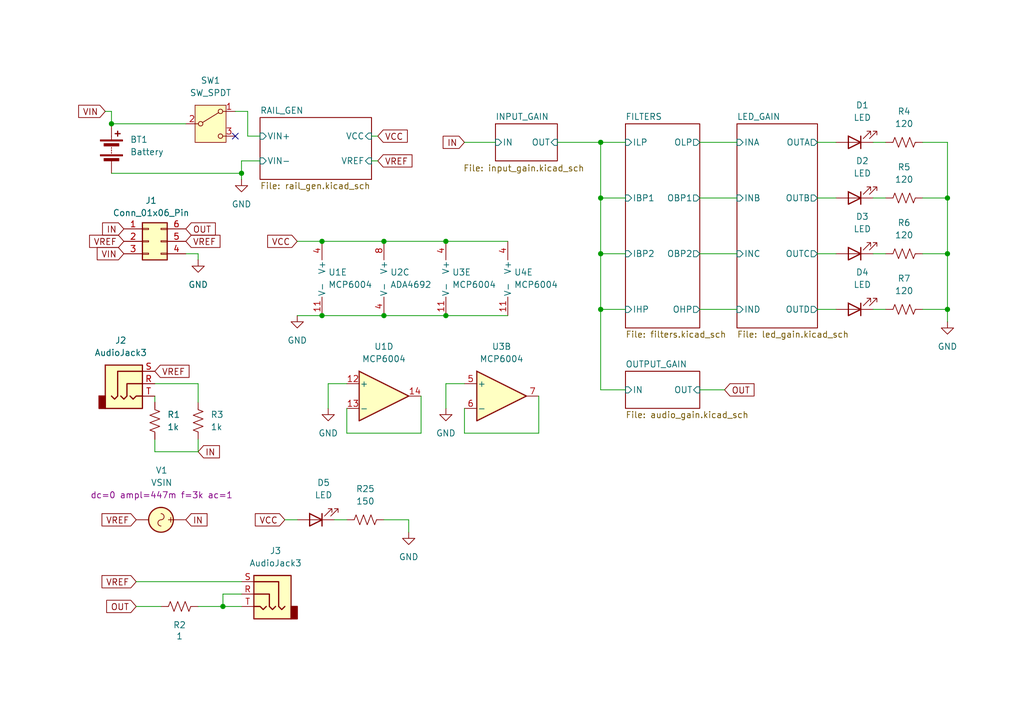
<source format=kicad_sch>
(kicad_sch (version 20250114) (generator "eeschema") (generator_version "9.0")
  (paper "A5")
  (title_block (title "EL223FP4L1") (date "2025-05-08") (rev "1") (company "Boles & Walker") (comment 1 "Board Overview"))
  (lib_symbols
    (symbol "Amplifier_Operational:MCP6004" (pin_names (offset 0.127))
      (property "Reference" "U" (at 0 5.08 0))
      (property "Value" "MCP6004" (at 0 -5.08 0))
      (symbol "MCP6004_1_1"
        (polyline (pts (xy -5.08 5.08) (xy 5.08 0) (xy -5.08 -5.08) (xy -5.08 5.08)) (stroke (width 0.254)) (fill (type background)))
        (pin input line (at -7.62 2.54 0) (length 2.54) (name "+") (number "3"))
        (pin input line (at -7.62 -2.54 0) (length 2.54) (name "-") (number "2"))
        (pin output line (at 7.62 0 180) (length 2.54) (name "~") (number "1"))
      )
      (symbol "MCP6004_2_1"
        (polyline (pts (xy -5.08 5.08) (xy 5.08 0) (xy -5.08 -5.08) (xy -5.08 5.08)) (stroke (width 0.254)) (fill (type background)))
        (pin input line (at -7.62 2.54 0) (length 2.54) (name "+") (number "5"))
        (pin input line (at -7.62 -2.54 0) (length 2.54) (name "-") (number "6"))
        (pin output line (at 7.62 0 180) (length 2.54) (name "~") (number "7"))
      )
      (symbol "MCP6004_3_1"
        (polyline (pts (xy -5.08 5.08) (xy 5.08 0) (xy -5.08 -5.08) (xy -5.08 5.08)) (stroke (width 0.254)) (fill (type background)))
        (pin input line (at -7.62 2.54 0) (length 2.54) (name "+") (number "10"))
        (pin input line (at -7.62 -2.54 0) (length 2.54) (name "-") (number "9"))
        (pin output line (at 7.62 0 180) (length 2.54) (name "~") (number "8"))
      )
      (symbol "MCP6004_4_1"
        (polyline (pts (xy -5.08 5.08) (xy 5.08 0) (xy -5.08 -5.08) (xy -5.08 5.08)) (stroke (width 0.254)) (fill (type background)))
        (pin input line (at -7.62 2.54 0) (length 2.54) (name "+") (number "12"))
        (pin input line (at -7.62 -2.54 0) (length 2.54) (name "-") (number "13"))
        (pin output line (at 7.62 0 180) (length 2.54) (name "~") (number "14"))
      )
      (symbol "MCP6004_5_1"
        (pin power_in line (at -2.54 7.62 270) (length 3.81) (name "V+") (number "4"))
        (pin power_in line (at -2.54 -7.62 90) (length 3.81) (name "V-") (number "11"))
      )
    )
    (symbol "Connector_Audio:AudioJack3"
      (property "Reference" "J" (at 0 8.89 0))
      (property "Value" "AudioJack3" (at 0 6.35 0))
      (symbol "AudioJack3_0_1"
        (rectangle (start -5.08 -5.08) (end -6.35 -2.54) (stroke (width 0.254)) (fill (type outline)))
        (polyline (pts (xy -1.905 -2.54) (xy -1.27 -3.175) (xy -0.635 -2.54) (xy -0.635 0) (xy 2.54 0)) (stroke (width 0.254)))
        (polyline (pts (xy 0 -2.54) (xy 0.635 -3.175) (xy 1.27 -2.54) (xy 2.54 -2.54)) (stroke (width 0.254)))
        (rectangle (start 2.54 3.81) (end -5.08 -5.08) (stroke (width 0.254)) (fill (type background)))
        (polyline (pts (xy 2.54 2.54) (xy -2.54 2.54) (xy -2.54 -2.54) (xy -3.175 -3.175) (xy -3.81 -2.54)) (stroke (width 0.254)))
      )
      (symbol "AudioJack3_1_1"
        (pin passive line (at 5.08 2.54 180) (length 2.54) (name "~") (number "S"))
        (pin passive line (at 5.08 0 180) (length 2.54) (name "~") (number "R"))
        (pin passive line (at 5.08 -2.54 180) (length 2.54) (name "~") (number "T"))
      )
    )
    (symbol "Connector_Generic:Conn_02x03_Counter_Clockwise" (pin_names (offset 1.016) (hide yes))
      (property "Reference" "J" (at 1.27 5.08 0))
      (property "Value" "Conn_02x03_Counter_Clockwise" (at 1.27 -5.08 0))
      (symbol "Conn_02x03_Counter_Clockwise_1_1"
        (rectangle (start -1.27 3.81) (end 3.81 -3.81) (stroke (width 0.254)) (fill (type background)))
        (rectangle (start -1.27 2.667) (end 0 2.413) (stroke (width 0.1524)))
        (rectangle (start -1.27 0.127) (end 0 -0.127) (stroke (width 0.1524)))
        (rectangle (start -1.27 -2.413) (end 0 -2.667) (stroke (width 0.1524)))
        (rectangle (start 3.81 2.667) (end 2.54 2.413) (stroke (width 0.1524)))
        (rectangle (start 3.81 0.127) (end 2.54 -0.127) (stroke (width 0.1524)))
        (rectangle (start 3.81 -2.413) (end 2.54 -2.667) (stroke (width 0.1524)))
        (pin passive line (at -5.08 2.54 0) (length 3.81) (name "Pin_1") (number "1"))
        (pin passive line (at -5.08 0 0) (length 3.81) (name "Pin_2") (number "2"))
        (pin passive line (at -5.08 -2.54 0) (length 3.81) (name "Pin_3") (number "3"))
        (pin passive line (at 7.62 2.54 180) (length 3.81) (name "Pin_6") (number "6"))
        (pin passive line (at 7.62 0 180) (length 3.81) (name "Pin_5") (number "5"))
        (pin passive line (at 7.62 -2.54 180) (length 3.81) (name "Pin_4") (number "4"))
      )
    )
    (symbol "Custom:ADA4692-2" (pin_names (offset 0.127))
      (property "Reference" "U" (at 2.54 6.35 0))
      (property "Value" "ADA4692-2" (at 2.54 3.81 0))
      (symbol "ADA4692-2_1_1"
        (polyline (pts (xy 5.08 0) (xy -5.08 5.08) (xy -5.08 -5.08) (xy 5.08 0)) (stroke (width 0.254)) (fill (type background)))
        (pin input line (at -7.62 2.54 0) (length 2.54) (name "+") (number "3"))
        (pin input line (at -7.62 -2.54 0) (length 2.54) (name "-") (number "2"))
        (pin output line (at 7.62 0 180) (length 2.54) (name "~") (number "1"))
      )
      (symbol "ADA4692-2_2_1"
        (polyline (pts (xy 5.08 0) (xy -5.08 5.08) (xy -5.08 -5.08) (xy 5.08 0)) (stroke (width 0.254)) (fill (type background)))
        (pin input line (at -7.62 2.54 0) (length 2.54) (name "+") (number "5"))
        (pin input line (at -7.62 -2.54 0) (length 2.54) (name "-") (number "6"))
        (pin output line (at 7.62 0 180) (length 2.54) (name "~") (number "7"))
      )
      (symbol "ADA4692-2_3_1"
        (pin power_in line (at 0 7.62 270) (length 3.81) (name "V+") (number "8"))
        (pin power_in line (at 0 -7.62 90) (length 3.81) (name "V-") (number "4"))
      )
    )
    (symbol "Device:Battery" (pin_numbers (hide yes)) (pin_names (offset 0) (hide yes))
      (property "Reference" "BT" (at 2.54 2.54 0))
      (property "Value" "Battery" (at 2.54 0 0))
      (symbol "Battery_0_1"
        (rectangle (start -2.286 1.778) (end 2.286 1.524) (fill (type outline)))
        (rectangle (start -2.286 -1.27) (end 2.286 -1.524) (fill (type outline)))
        (rectangle (start -1.524 1.016) (end 1.524 0.508) (fill (type outline)))
        (rectangle (start -1.524 -2.032) (end 1.524 -2.54) (fill (type outline)))
        (polyline (pts (xy 0 1.778) (xy 0 2.54)))
        (polyline (pts (xy 0 0) (xy 0 0.254)))
        (polyline (pts (xy 0 -0.508) (xy 0 -0.254)))
        (polyline (pts (xy 0 -1.016) (xy 0 -0.762)))
        (polyline (pts (xy 0.762 3.048) (xy 1.778 3.048)) (stroke (width 0.254)))
        (polyline (pts (xy 1.27 3.556) (xy 1.27 2.54)) (stroke (width 0.254)))
      )
      (symbol "Battery_1_1"
        (pin passive line (at 0 5.08 270) (length 2.54) (name "+") (number "1"))
        (pin passive line (at 0 -5.08 90) (length 2.54) (name "-") (number "2"))
      )
    )
    (symbol "Device:LED" (pin_numbers (hide yes)) (pin_names (offset 1.016) (hide yes))
      (property "Reference" "D" (at 0 2.54 0))
      (property "Value" "LED" (at 0 -2.54 0))
      (symbol "LED_0_1"
        (polyline (pts (xy -3.048 -0.762) (xy -4.572 -2.286) (xy -3.81 -2.286) (xy -4.572 -2.286) (xy -4.572 -1.524)))
        (polyline (pts (xy -1.778 -0.762) (xy -3.302 -2.286) (xy -2.54 -2.286) (xy -3.302 -2.286) (xy -3.302 -1.524)))
        (polyline (pts (xy -1.27 0) (xy 1.27 0)))
        (polyline (pts (xy -1.27 -1.27) (xy -1.27 1.27)) (stroke (width 0.254)))
        (polyline (pts (xy 1.27 -1.27) (xy 1.27 1.27) (xy -1.27 0) (xy 1.27 -1.27)) (stroke (width 0.254)))
      )
      (symbol "LED_1_1"
        (pin passive line (at -3.81 0 0) (length 2.54) (name "K") (number "1"))
        (pin passive line (at 3.81 0 180) (length 2.54) (name "A") (number "2"))
      )
    )
    (symbol "Device:R_US" (pin_numbers (hide yes)) (pin_names (offset 0))
      (property "Reference" "R" (at 2.54 0 90))
      (property "Value" "R_US" (at -2.54 0 90))
      (symbol "R_US_0_1"
        (polyline (pts (xy 0 2.286) (xy 0 2.54)))
        (polyline (pts (xy 0 2.286) (xy 1.016 1.905) (xy 0 1.524) (xy -1.016 1.143) (xy 0 0.762)))
        (polyline (pts (xy 0 0.762) (xy 1.016 0.381) (xy 0 0) (xy -1.016 -0.381) (xy 0 -0.762)))
        (polyline (pts (xy 0 -0.762) (xy 1.016 -1.143) (xy 0 -1.524) (xy -1.016 -1.905) (xy 0 -2.286)))
        (polyline (pts (xy 0 -2.286) (xy 0 -2.54)))
      )
      (symbol "R_US_1_1"
        (pin passive line (at 0 3.81 270) (length 1.27) (name "~") (number "1"))
        (pin passive line (at 0 -3.81 90) (length 1.27) (name "~") (number "2"))
      )
    )
    (symbol "Simulation_SPICE:VSIN" (pin_numbers (hide yes)) (pin_names (offset 0.0254))
      (property "Reference" "V" (at 2.54 2.54 0))
      (property "Value" "VSIN" (at 2.54 0 0))
      (property "Sim.Params" "dc=0 ampl=1 f=1k ac=1" (at 2.54 -2.54 0))
      (symbol "VSIN_0_0"
        (arc (start -1.27 0) (mid -0.635 0.6323) (end 0 0))
        (arc (start 1.27 0) (mid 0.635 -0.6323) (end 0 0))
        (text "+" (at 0 1.905 0) (effects (font (size 1.27 1.27))))
      )
      (symbol "VSIN_0_1"
        (circle (center 0 0) (radius 2.54) (stroke (width 0.254)) (fill (type background)))
      )
      (symbol "VSIN_1_1"
        (pin passive line (at 0 5.08 270) (length 2.54) (name "~") (number "1"))
        (pin passive line (at 0 -5.08 90) (length 2.54) (name "~") (number "2"))
      )
    )
    (symbol "Switch:SW_SPDT" (pin_names (offset 0) (hide yes))
      (property "Reference" "SW" (at 0 5.08 0))
      (property "Value" "SW_SPDT" (at 0 -5.08 0))
      (symbol "SW_SPDT_0_1"
        (circle (center -2.032 0) (radius 0.4572))
        (polyline (pts (xy -1.651 0.254) (xy 1.651 2.286)))
        (circle (center 2.032 2.54) (radius 0.4572))
        (circle (center 2.032 -2.54) (radius 0.4572))
      )
      (symbol "SW_SPDT_1_1"
        (rectangle (start -3.175 3.81) (end 3.175 -3.81) (fill (type background)))
        (pin passive line (at -5.08 0 0) (length 2.54) (name "B") (number "2"))
        (pin passive line (at 5.08 2.54 180) (length 2.54) (name "A") (number "1"))
        (pin passive line (at 5.08 -2.54 180) (length 2.54) (name "C") (number "3"))
      )
    )
    (symbol "power:GND" (power) (pin_numbers (hide yes)) (pin_names (offset 0) (hide yes))
      (property "Value" "GND" (at 0 -3.81 0))
      (symbol "GND_0_1"
        (polyline (pts (xy 0 0) (xy 0 -1.27) (xy 1.27 -1.27) (xy 0 -2.54) (xy -1.27 -1.27) (xy 0 -1.27)))
      )
      (symbol "GND_1_1"
        (pin power_in line (at 0 0 270) (length 0) (name "~") (number "1"))
      )
    )
  )
  (junction (at 45.72 124.46))
  (junction (at 91.44 49.53))
  (junction (at 123.19 63.5))
  (junction (at 78.74 64.77))
  (junction (at 123.19 52.07))
  (junction (at 91.44 64.77))
  (junction (at 123.19 40.64))
  (junction (at 66.04 64.77))
  (junction (at 194.31 63.5))
  (junction (at 194.31 52.07))
  (junction (at 78.74 49.53))
  (junction (at 66.04 49.53))
  (junction (at 49.53 35.56))
  (junction (at 194.31 40.64))
  (junction (at 22.86 25.4))
  (junction (at 123.19 29.21))
  (no_connect (at 48.26 27.94))
  (wire (pts (xy 78.74 64.77) (xy 91.44 64.77)))
  (wire (pts (xy 123.19 52.07) (xy 123.19 63.5)))
  (wire (pts (xy 49.53 124.46) (xy 45.72 124.46)))
  (wire (pts (xy 194.31 29.21) (xy 194.31 40.64)))
  (wire (pts (xy 194.31 63.5) (xy 194.31 66.04)))
  (wire (pts (xy 179.07 29.21) (xy 181.61 29.21)))
  (wire (pts (xy 40.64 124.46) (xy 45.72 124.46)))
  (wire (pts (xy 40.64 90.17) (xy 40.64 92.71)))
  (wire (pts (xy 189.23 52.07) (xy 194.31 52.07)))
  (wire (pts (xy 22.86 22.86) (xy 22.86 25.4)))
  (wire (pts (xy 21.59 22.86) (xy 22.86 22.86)))
  (wire (pts (xy 114.3 29.21) (xy 123.19 29.21)))
  (wire (pts (xy 58.42 106.68) (xy 60.96 106.68)))
  (wire (pts (xy 76.2 33.02) (xy 77.47 33.02)))
  (wire (pts (xy 143.51 29.21) (xy 151.13 29.21)))
  (wire (pts (xy 194.31 52.07) (xy 194.31 63.5)))
  (wire (pts (xy 143.51 40.64) (xy 151.13 40.64)))
  (wire (pts (xy 189.23 40.64) (xy 194.31 40.64)))
  (wire (pts (xy 22.86 35.56) (xy 49.53 35.56)))
  (wire (pts (xy 38.1 52.07) (xy 40.64 52.07)))
  (wire (pts (xy 179.07 52.07) (xy 181.61 52.07)))
  (wire (pts (xy 40.64 52.07) (xy 40.64 53.34)))
  (wire (pts (xy 83.82 106.68) (xy 83.82 109.22)))
  (wire (pts (xy 91.44 64.77) (xy 104.14 64.77)))
  (wire (pts (xy 189.23 29.21) (xy 194.31 29.21)))
  (wire (pts (xy 167.64 29.21) (xy 171.45 29.21)))
  (wire (pts (xy 167.64 40.64) (xy 171.45 40.64)))
  (wire (pts (xy 78.74 49.53) (xy 91.44 49.53)))
  (wire (pts (xy 86.36 81.28) (xy 86.36 88.9)))
  (wire (pts (xy 91.44 49.53) (xy 104.14 49.53)))
  (wire (pts (xy 40.64 78.74) (xy 40.64 82.55)))
  (wire (pts (xy 66.04 64.77) (xy 78.74 64.77)))
  (wire (pts (xy 53.34 27.94) (xy 50.8 27.94)))
  (wire (pts (xy 91.44 78.74) (xy 91.44 83.82)))
  (wire (pts (xy 66.04 49.53) (xy 78.74 49.53)))
  (wire (pts (xy 71.12 88.9) (xy 71.12 83.82)))
  (wire (pts (xy 143.51 52.07) (xy 151.13 52.07)))
  (wire (pts (xy 143.51 63.5) (xy 151.13 63.5)))
  (wire (pts (xy 60.96 49.53) (xy 66.04 49.53)))
  (wire (pts (xy 40.64 92.71) (xy 31.75 92.71)))
  (wire (pts (xy 123.19 40.64) (xy 128.27 40.64)))
  (wire (pts (xy 194.31 40.64) (xy 194.31 52.07)))
  (wire (pts (xy 67.31 78.74) (xy 67.31 83.82)))
  (wire (pts (xy 86.36 88.9) (xy 71.12 88.9)))
  (wire (pts (xy 50.8 27.94) (xy 50.8 22.86)))
  (wire (pts (xy 60.96 64.77) (xy 66.04 64.77)))
  (wire (pts (xy 179.07 63.5) (xy 181.61 63.5)))
  (wire (pts (xy 49.53 36.83) (xy 49.53 35.56)))
  (wire (pts (xy 95.25 88.9) (xy 95.25 83.82)))
  (wire (pts (xy 95.25 78.74) (xy 91.44 78.74)))
  (wire (pts (xy 31.75 92.71) (xy 31.75 90.17)))
  (wire (pts (xy 123.19 63.5) (xy 128.27 63.5)))
  (wire (pts (xy 123.19 63.5) (xy 123.19 80.01)))
  (wire (pts (xy 31.75 78.74) (xy 40.64 78.74)))
  (wire (pts (xy 27.94 119.38) (xy 49.53 119.38)))
  (wire (pts (xy 143.51 80.01) (xy 148.59 80.01)))
  (wire (pts (xy 31.75 81.28) (xy 31.75 82.55)))
  (wire (pts (xy 50.8 22.86) (xy 48.26 22.86)))
  (wire (pts (xy 27.94 124.46) (xy 33.02 124.46)))
  (wire (pts (xy 123.19 80.01) (xy 128.27 80.01)))
  (wire (pts (xy 49.53 33.02) (xy 53.34 33.02)))
  (wire (pts (xy 71.12 78.74) (xy 67.31 78.74)))
  (wire (pts (xy 95.25 29.21) (xy 101.6 29.21)))
  (wire (pts (xy 179.07 40.64) (xy 181.61 40.64)))
  (wire (pts (xy 22.86 25.4) (xy 38.1 25.4)))
  (wire (pts (xy 189.23 63.5) (xy 194.31 63.5)))
  (wire (pts (xy 49.53 121.92) (xy 45.72 121.92)))
  (wire (pts (xy 167.64 63.5) (xy 171.45 63.5)))
  (wire (pts (xy 123.19 52.07) (xy 128.27 52.07)))
  (wire (pts (xy 49.53 35.56) (xy 49.53 33.02)))
  (wire (pts (xy 76.2 27.94) (xy 77.47 27.94)))
  (wire (pts (xy 45.72 121.92) (xy 45.72 124.46)))
  (wire (pts (xy 123.19 29.21) (xy 128.27 29.21)))
  (wire (pts (xy 68.58 106.68) (xy 71.12 106.68)))
  (wire (pts (xy 123.19 29.21) (xy 123.19 40.64)))
  (wire (pts (xy 167.64 52.07) (xy 171.45 52.07)))
  (wire (pts (xy 110.49 88.9) (xy 95.25 88.9)))
  (wire (pts (xy 123.19 40.64) (xy 123.19 52.07)))
  (wire (pts (xy 78.74 106.68) (xy 83.82 106.68)))
  (wire (pts (xy 110.49 81.28) (xy 110.49 88.9)))
  (global_label "VREF" (shape input) (at 27.94 106.68 180) (property "Intersheetrefs" "${INTERSHEET_REFS}" (effects (hide yes))))
  (global_label "VREF" (shape input) (at 38.1 49.53 0) (property "Intersheetrefs" "${INTERSHEET_REFS}" (effects (hide yes))))
  (global_label "VCC" (shape input) (at 60.96 49.53 180) (property "Intersheetrefs" "${INTERSHEET_REFS}" (effects (hide yes))))
  (global_label "VCC" (shape input) (at 77.47 27.94 0) (property "Intersheetrefs" "${INTERSHEET_REFS}" (effects (hide yes))))
  (global_label "OUT" (shape input) (at 27.94 124.46 180) (property "Intersheetrefs" "${INTERSHEET_REFS}" (effects (hide yes))))
  (global_label "OUT" (shape input) (at 38.1 46.99 0) (property "Intersheetrefs" "${INTERSHEET_REFS}" (effects (hide yes))))
  (global_label "VREF" (shape input) (at 77.47 33.02 0) (property "Intersheetrefs" "${INTERSHEET_REFS}" (effects (hide yes))))
  (global_label "VCC" (shape input) (at 58.42 106.68 180) (property "Intersheetrefs" "${INTERSHEET_REFS}" (effects (hide yes))))
  (global_label "VREF" (shape input) (at 27.94 119.38 180) (property "Intersheetrefs" "${INTERSHEET_REFS}" (effects (hide yes))))
  (global_label "IN" (shape input) (at 40.64 92.71 0) (property "Intersheetrefs" "${INTERSHEET_REFS}" (effects (hide yes))))
  (global_label "VREF" (shape input) (at 31.75 76.2 0) (property "Intersheetrefs" "${INTERSHEET_REFS}" (effects (hide yes))))
  (global_label "IN" (shape input) (at 95.25 29.21 180) (property "Intersheetrefs" "${INTERSHEET_REFS}" (effects (hide yes))))
  (global_label "VIN" (shape input) (at 25.4 52.07 180) (property "Intersheetrefs" "${INTERSHEET_REFS}" (effects (hide yes))))
  (global_label "OUT" (shape input) (at 148.59 80.01 0) (property "Intersheetrefs" "${INTERSHEET_REFS}" (effects (hide yes))))
  (global_label "VIN" (shape input) (at 21.59 22.86 180) (property "Intersheetrefs" "${INTERSHEET_REFS}" (effects (hide yes))))
  (global_label "IN" (shape input) (at 38.1 106.68 0) (property "Intersheetrefs" "${INTERSHEET_REFS}" (effects (hide yes))))
  (global_label "IN" (shape input) (at 25.4 46.99 180) (property "Intersheetrefs" "${INTERSHEET_REFS}" (effects (hide yes))))
  (global_label "VREF" (shape input) (at 25.4 49.53 180) (property "Intersheetrefs" "${INTERSHEET_REFS}" (effects (hide yes))))
  (symbol (lib_id "power:GND") (at 67.31 83.82 0) (unit 1)
    (property "Reference" "#PWR03" (effects (hide yes)))
    (property "Value" "GND" (at 67.31 88.9 0))
    (property "Description" "Power symbol creates a global label with name \"GND\" , ground" (effects (hide yes)))
  )
  (symbol (lib_id "power:GND") (at 40.64 53.34 0) (unit 1)
    (property "Reference" "#PWR01" (effects (hide yes)))
    (property "Value" "GND" (at 40.64 58.42 0))
    (property "Description" "Power symbol creates a global label with name \"GND\" , ground" (effects (hide yes)))
  )
  (symbol (lib_id "Device:R_US") (at 185.42 52.07 90) (unit 1)
    (property "Reference" "R6" (at 185.42 45.72 90))
    (property "Value" "120" (at 185.42 48.26 90))
    (property "Footprint" "Resistor_SMD:R_0805_2012Metric_Pad1.20x1.40mm_HandSolder" (effects (hide yes)))
    (property "Datasheet" "https://static6.arrow.com/aropdfconversion/7e2213882d2cf06558ca48205aefcc8d6bac7a1a/cr.pdf" (effects (hide yes)))
    (property "Description" "Resistor, US symbol" (effects (hide yes)))
    (property "Part" "CR0805-FX-1200GLF" (effects (hide yes)))
  )
  (symbol (lib_id "Device:LED") (at 175.26 29.21 180) (unit 1)
    (property "Reference" "D1" (at 176.8475 21.59 0))
    (property "Value" "LED" (at 176.8475 24.13 0))
    (property "Footprint" "LED_SMD:LED_0805_2012Metric_Pad1.15x1.40mm_HandSolder" (effects (hide yes)))
    (property "Description" "Light emitting diode" (effects (hide yes)))
    (property "Sim.Pins" "1=K 2=A" (effects (hide yes)))
    (property "Sim.Library" "led.lib" (effects (hide yes)))
    (property "Sim.Name" "LED_GENERAL" (effects (hide yes)))
    (property "Sim.Device" "D" (effects (hide yes)))
  )
  (symbol (lib_id "Device:LED") (at 175.26 63.5 180) (unit 1)
    (property "Reference" "D4" (at 176.8475 55.88 0))
    (property "Value" "LED" (at 176.8475 58.42 0))
    (property "Footprint" "LED_SMD:LED_0805_2012Metric_Pad1.15x1.40mm_HandSolder" (effects (hide yes)))
    (property "Description" "Light emitting diode" (effects (hide yes)))
    (property "Sim.Pins" "1=K 2=A" (effects (hide yes)))
    (property "Sim.Library" "led.lib" (effects (hide yes)))
    (property "Sim.Name" "LED_GENERAL" (effects (hide yes)))
    (property "Sim.Device" "D" (effects (hide yes)))
  )
  (symbol (lib_id "Custom:ADA4692-2") (at 78.74 57.15 0) (unit 3)
    (property "Reference" "U2" (at 80.01 55.8799 0) (effects (justify left)))
    (property "Value" "ADA4692" (at 80.01 58.4199 0) (effects (justify left)))
    (property "Footprint" "Package_SO:SOIC-8_3.9x4.9mm_P1.27mm" (effects (hide yes)))
    (property "Datasheet" "https://www.analog.com/media/en/technical-documentation/data-sheets/ADA4691-2_4691-4_4692-2_4692-4.pdf" (effects (hide yes)))
    (property "Description" "Dual Low Noise, Precision, Rail-to-Rail Output, JFET Op Amp, SOIC-8" (effects (hide yes)))
    (property "Sim.Library" "ada4692.sub" (effects (hide yes)))
    (property "Sim.Name" "ADA4692-2" (effects (hide yes)))
    (property "Sim.Device" "SUBCKT" (effects (hide yes)))
    (property "Sim.Pins" "1=AOUT 2=AIN- 3=AIN+ 4=V- 5=BIN+ 6=BIN- 7=BOUT 8=V+" (effects (hide yes)))
    (property "Part" "ADA4692-2ARZ" (effects (hide yes)))
  )
  (symbol (lib_id "Device:R_US") (at 185.42 63.5 90) (unit 1)
    (property "Reference" "R7" (at 185.42 57.15 90))
    (property "Value" "120" (at 185.42 59.69 90))
    (property "Footprint" "Resistor_SMD:R_0805_2012Metric_Pad1.20x1.40mm_HandSolder" (effects (hide yes)))
    (property "Datasheet" "https://static6.arrow.com/aropdfconversion/7e2213882d2cf06558ca48205aefcc8d6bac7a1a/cr.pdf" (effects (hide yes)))
    (property "Description" "Resistor, US symbol" (effects (hide yes)))
    (property "Part" "CR0805-FX-1200GLF" (effects (hide yes)))
  )
  (symbol (lib_id "Device:R_US") (at 185.42 29.21 90) (unit 1)
    (property "Reference" "R4" (at 185.42 22.86 90))
    (property "Value" "120" (at 185.42 25.4 90))
    (property "Footprint" "Resistor_SMD:R_0805_2012Metric_Pad1.20x1.40mm_HandSolder" (effects (hide yes)))
    (property "Datasheet" "https://static6.arrow.com/aropdfconversion/7e2213882d2cf06558ca48205aefcc8d6bac7a1a/cr.pdf" (effects (hide yes)))
    (property "Description" "Resistor, US symbol" (effects (hide yes)))
    (property "Part" "CR0805-FX-1200GLF" (effects (hide yes)))
  )
  (symbol (lib_id "Switch:SW_SPDT") (at 43.18 25.4 0) (unit 1)
    (property "Reference" "SW1" (at 43.18 16.51 0))
    (property "Value" "SW_SPDT" (at 43.18 19.05 0))
    (property "Footprint" "Custom:SW_SLW-121586-5A-D" (effects (hide yes)))
    (property "Datasheet" "https://static6.arrow.com/aropdfconversion/9ae6801e39b6de35ce0772aecfe75ec6b325529d/slw1215865ad.pdf" (effects (hide yes)))
    (property "Description" "Switch, single pole double throw" (effects (hide yes)))
    (property "Part" "SLW-121586-5A-D" (effects (hide yes)))
  )
  (symbol (lib_id "Connector_Audio:AudioJack3") (at 54.61 121.92 0) (mirror y) (unit 1) (exclude_from_sim yes)
    (property "Reference" "J3" (at 56.515 113.03 0))
    (property "Value" "AudioJack3" (at 56.515 115.57 0))
    (property "Footprint" "Custom:Jack_3.5mm_CUI_SJ1-3523N_Horizontal" (effects (hide yes)))
    (property "Datasheet" "https://www.sameskydevices.com/product/resource/sj1-352xn.pdf" (effects (hide yes)))
    (property "Description" "Audio Jack, 3 Poles (Stereo / TRS)" (effects (hide yes)))
    (property "Part" "SJ1-3523N" (effects (hide yes)))
  )
  (symbol (lib_id "power:GND") (at 60.96 64.77 0) (unit 1)
    (property "Reference" "#PWR04" (effects (hide yes)))
    (property "Value" "GND" (at 60.96 69.85 0))
    (property "Description" "Power symbol creates a global label with name \"GND\" , ground" (effects (hide yes)))
  )
  (symbol (lib_id "power:GND") (at 49.53 36.83 0) (unit 1)
    (property "Reference" "#PWR02" (effects (hide yes)))
    (property "Value" "GND" (at 49.53 41.91 0))
    (property "Description" "Power symbol creates a global label with name \"GND\" , ground" (effects (hide yes)))
  )
  (symbol (lib_id "Connector_Generic:Conn_02x03_Counter_Clockwise") (at 30.48 49.53 0) (unit 1)
    (property "Reference" "J1" (at 30.988 41.148 0))
    (property "Value" "Conn_01x06_Pin" (at 30.988 43.688 0))
    (property "Footprint" "Connector_PinHeader_2.54mm:PinHeader_2x03_P2.54mm_Vertical" (effects (hide yes)))
    (property "Datasheet" "https://static6.arrow.com/aropdfconversion/574d1ab07bdb35554fd3a21cfe85b0607ce140e2/51934899289880215193474261229970eng_ds_1307819_ampmodu_0911.pdf" (effects (hide yes)))
    (property "Description" "Generic connector, double row, 02x03, counter clockwise pin numbering scheme (similar to DIP package numbering), script generated (kicad-library-utils/schlib/autogen/connector/)" (effects (hide yes)))
    (property "Part" "5-146254-3 " (effects (hide yes)))
  )
  (symbol (lib_id "Amplifier_Operational:MCP6004") (at 93.98 57.15 0) (unit 5)
    (property "Reference" "U3" (at 92.71 55.8799 0) (effects (justify left)))
    (property "Value" "MCP6004" (at 92.71 58.4199 0) (effects (justify left)))
    (property "Footprint" "Package_SO:SOIC-14_3.9x8.7mm_P1.27mm" (effects (hide yes)))
    (property "Datasheet" "https://ww1.microchip.com/downloads/aemDocuments/documents/MSLD/ProductDocuments/DataSheets/MCP6001-1R-1U-2-4-1-MHz-Low-Power-Op-Amp-DS20001733L.pdf" (effects (hide yes)))
    (property "Description" "1MHz, Low-Power Op Amp, DIP-14/SOIC-14/TSSOP-14" (effects (hide yes)))
    (property "Sim.Library" "MCP6001.lib" (effects (hide yes)))
    (property "Sim.Name" "MCP6004" (effects (hide yes)))
    (property "Sim.Device" "SUBCKT" (effects (hide yes)))
    (property "Sim.Pins" "1=OUTA 2=A- 3=A+ 4=VDD 5=B+ 6=B- 7=OUTB 8=OUTC 9=C- 10=C+ 11=VSS 12=D+ 13=D- 14=OUTD" (effects (hide yes)))
    (property "Part" "MCP6004-I/SL" (effects (hide yes)))
  )
  (symbol (lib_id "Amplifier_Operational:MCP6004") (at 102.87 81.28 0) (unit 2)
    (property "Reference" "U3" (at 102.87 71.12 0))
    (property "Value" "MCP6004" (at 102.87 73.66 0))
    (property "Footprint" "Package_SO:SOIC-14_3.9x8.7mm_P1.27mm" (effects (hide yes)))
    (property "Datasheet" "https://ww1.microchip.com/downloads/aemDocuments/documents/MSLD/ProductDocuments/DataSheets/MCP6001-1R-1U-2-4-1-MHz-Low-Power-Op-Amp-DS20001733L.pdf" (effects (hide yes)))
    (property "Description" "1MHz, Low-Power Op Amp, DIP-14/SOIC-14/TSSOP-14" (effects (hide yes)))
    (property "Sim.Library" "MCP6001.lib" (effects (hide yes)))
    (property "Sim.Name" "MCP6004" (effects (hide yes)))
    (property "Sim.Device" "SUBCKT" (effects (hide yes)))
    (property "Sim.Pins" "1=OUTA 2=A- 3=A+ 4=VDD 5=B+ 6=B- 7=OUTB 8=OUTC 9=C- 10=C+ 11=VSS 12=D+ 13=D- 14=OUTD" (effects (hide yes)))
    (property "Part" "MCP6004-I/SL" (effects (hide yes)))
  )
  (symbol (lib_id "Device:R_US") (at 31.75 86.36 0) (unit 1)
    (property "Reference" "R1" (at 34.29 85.0899 0) (effects (justify left)))
    (property "Value" "1k" (at 34.29 87.6299 0) (effects (justify left)))
    (property "Footprint" "Resistor_SMD:R_0805_2012Metric_Pad1.20x1.40mm_HandSolder" (effects (hide yes)))
    (property "Description" "Resistor, US symbol" (effects (hide yes)))
  )
  (symbol (lib_id "Device:LED") (at 175.26 52.07 180) (unit 1)
    (property "Reference" "D3" (at 176.8475 44.45 0))
    (property "Value" "LED" (at 176.8475 46.99 0))
    (property "Footprint" "LED_SMD:LED_0805_2012Metric_Pad1.15x1.40mm_HandSolder" (effects (hide yes)))
    (property "Description" "Light emitting diode" (effects (hide yes)))
    (property "Sim.Pins" "1=K 2=A" (effects (hide yes)))
    (property "Sim.Library" "led.lib" (effects (hide yes)))
    (property "Sim.Name" "LED_GENERAL" (effects (hide yes)))
    (property "Sim.Device" "D" (effects (hide yes)))
  )
  (symbol (lib_id "Device:R_US") (at 185.42 40.64 90) (unit 1)
    (property "Reference" "R5" (at 185.42 34.29 90))
    (property "Value" "120" (at 185.42 36.83 90))
    (property "Footprint" "Resistor_SMD:R_0805_2012Metric_Pad1.20x1.40mm_HandSolder" (effects (hide yes)))
    (property "Datasheet" "https://static6.arrow.com/aropdfconversion/7e2213882d2cf06558ca48205aefcc8d6bac7a1a/cr.pdf" (effects (hide yes)))
    (property "Description" "Resistor, US symbol" (effects (hide yes)))
    (property "Part" "CR0805-FX-1200GLF" (effects (hide yes)))
  )
  (symbol (lib_id "Amplifier_Operational:MCP6004") (at 106.68 57.15 0) (unit 5)
    (property "Reference" "U4" (at 105.41 55.8799 0) (effects (justify left)))
    (property "Value" "MCP6004" (at 105.41 58.4199 0) (effects (justify left)))
    (property "Footprint" "Package_SO:SOIC-14_3.9x8.7mm_P1.27mm" (effects (hide yes)))
    (property "Datasheet" "https://ww1.microchip.com/downloads/aemDocuments/documents/MSLD/ProductDocuments/DataSheets/MCP6001-1R-1U-2-4-1-MHz-Low-Power-Op-Amp-DS20001733L.pdf" (effects (hide yes)))
    (property "Description" "1MHz, Low-Power Op Amp, DIP-14/SOIC-14/TSSOP-14" (effects (hide yes)))
    (property "Sim.Library" "MCP6001.lib" (effects (hide yes)))
    (property "Sim.Name" "MCP6004" (effects (hide yes)))
    (property "Sim.Device" "SUBCKT" (effects (hide yes)))
    (property "Sim.Pins" "1=OUTA 2=A- 3=A+ 4=VDD 5=B+ 6=B- 7=OUTB 8=OUTC 9=C- 10=C+ 11=VSS 12=D+ 13=D- 14=OUTD" (effects (hide yes)))
    (property "Part" "MCP6004-I/SL" (effects (hide yes)))
  )
  (symbol (lib_id "Device:LED") (at 64.77 106.68 180) (unit 1)
    (property "Reference" "D5" (at 66.3575 99.06 0))
    (property "Value" "LED" (at 66.3575 101.6 0))
    (property "Footprint" "LED_SMD:LED_0805_2012Metric_Pad1.15x1.40mm_HandSolder" (effects (hide yes)))
    (property "Description" "Light emitting diode" (effects (hide yes)))
    (property "Sim.Pins" "1=K 2=A" (effects (hide yes)))
    (property "Sim.Library" "led.lib" (effects (hide yes)))
    (property "Sim.Name" "LED_GENERAL" (effects (hide yes)))
    (property "Sim.Device" "D" (effects (hide yes)))
  )
  (symbol (lib_id "power:GND") (at 83.82 109.22 0) (unit 1)
    (property "Reference" "#PWR07" (effects (hide yes)))
    (property "Value" "GND" (at 83.82 114.3 0))
    (property "Description" "Power symbol creates a global label with name \"GND\" , ground" (effects (hide yes)))
  )
  (symbol (lib_id "Device:LED") (at 175.26 40.64 180) (unit 1)
    (property "Reference" "D2" (at 176.8475 33.02 0))
    (property "Value" "LED" (at 176.8475 35.56 0))
    (property "Footprint" "LED_SMD:LED_0805_2012Metric_Pad1.15x1.40mm_HandSolder" (effects (hide yes)))
    (property "Description" "Light emitting diode" (effects (hide yes)))
    (property "Sim.Pins" "1=K 2=A" (effects (hide yes)))
    (property "Sim.Library" "led.lib" (effects (hide yes)))
    (property "Sim.Name" "LED_GENERAL" (effects (hide yes)))
    (property "Sim.Device" "D" (effects (hide yes)))
  )
  (symbol (lib_id "Simulation_SPICE:VSIN") (at 33.02 106.68 270) (unit 1) (in_bom no) (on_board no)
    (property "Reference" "V1" (at 33.1498 96.52 90))
    (property "Value" "VSIN" (at 33.1498 99.06 90))
    (property "Datasheet" "https://ngspice.sourceforge.io/docs/ngspice-html-manual/manual.xhtml#sec_Independent_Sources_for" (effects (hide yes)))
    (property "Description" "Voltage source, sinusoidal" (effects (hide yes)))
    (property "Sim.Pins" "1=+ 2=-" (effects (hide yes)))
    (property "Sim.Params" "dc=0 ampl=447m f=3k ac=1" (at 33.1498 101.6 90))
    (property "Sim.Type" "SIN" (effects (hide yes)))
    (property "Sim.Device" "V" (effects (hide yes)))
  )
  (symbol (lib_id "Device:R_US") (at 74.93 106.68 90) (unit 1)
    (property "Reference" "R25" (at 74.93 100.33 90))
    (property "Value" "150" (at 74.93 102.87 90))
    (property "Footprint" "Resistor_SMD:R_0805_2012Metric_Pad1.20x1.40mm_HandSolder" (effects (hide yes)))
    (property "Description" "Resistor, US symbol" (effects (hide yes)))
  )
  (symbol (lib_id "Device:R_US") (at 40.64 86.36 0) (unit 1)
    (property "Reference" "R3" (at 43.18 85.0899 0) (effects (justify left)))
    (property "Value" "1k" (at 43.18 87.6299 0) (effects (justify left)))
    (property "Footprint" "Resistor_SMD:R_0805_2012Metric_Pad1.20x1.40mm_HandSolder" (effects (hide yes)))
    (property "Description" "Resistor, US symbol" (effects (hide yes)))
  )
  (symbol (lib_id "power:GND") (at 91.44 83.82 0) (unit 1)
    (property "Reference" "#PWR05" (effects (hide yes)))
    (property "Value" "GND" (at 91.44 88.9 0))
    (property "Description" "Power symbol creates a global label with name \"GND\" , ground" (effects (hide yes)))
  )
  (symbol (lib_id "Connector_Audio:AudioJack3") (at 26.67 78.74 0) (unit 1) (exclude_from_sim yes)
    (property "Reference" "J2" (at 24.765 69.85 0))
    (property "Value" "AudioJack3" (at 24.765 72.39 0))
    (property "Footprint" "Custom:Jack_3.5mm_CUI_SJ1-3523N_Horizontal" (effects (hide yes)))
    (property "Datasheet" "https://www.sameskydevices.com/product/resource/sj1-352xn.pdf" (effects (hide yes)))
    (property "Description" "Audio Jack, 3 Poles (Stereo / TRS)" (effects (hide yes)))
    (property "Part" "SJ1-3523N" (effects (hide yes)))
  )
  (symbol (lib_id "Device:R_US") (at 36.83 124.46 90) (unit 1)
    (property "Reference" "R2" (at 36.83 128.27 90))
    (property "Value" "1" (at 36.83 130.556 90))
    (property "Footprint" "Resistor_SMD:R_0805_2012Metric_Pad1.20x1.40mm_HandSolder" (effects (hide yes)))
    (property "Description" "Resistor, US symbol" (effects (hide yes)))
  )
  (symbol (lib_id "power:GND") (at 194.31 66.04 0) (unit 1)
    (property "Reference" "#PWR06" (effects (hide yes)))
    (property "Value" "GND" (at 194.31 71.12 0))
    (property "Description" "Power symbol creates a global label with name \"GND\" , ground" (effects (hide yes)))
  )
  (symbol (lib_id "Device:Battery") (at 22.86 30.48 0) (unit 1) (exclude_from_sim yes)
    (property "Reference" "BT1" (at 26.67 28.6384 0) (effects (justify left)))
    (property "Value" "Battery" (at 26.67 31.1784 0) (effects (justify left)))
    (property "Footprint" "Battery:BatteryHolder_Keystone_2468_2xAAA" (effects (hide yes)))
    (property "Datasheet" "https://www.mouser.com/datasheet/2/215/2468-741064.pdf" (effects (hide yes)))
    (property "Description" "Multiple-cell battery" (effects (hide yes)))
    (property "Sim.Device" "V" (effects (hide yes)))
    (property "Sim.Pins" "1=+ 2=-" (effects (hide yes)))
    (property "Sim.Type" "PWL" (effects (hide yes)))
    (property "Sim.Params" "pwl=\"0 0 10u 0 0.1m 3\"" (effects (hide yes)))
    (property "Part" "2468" (effects (hide yes)))
  )
  (symbol (lib_id "Amplifier_Operational:MCP6004") (at 78.74 81.28 0) (unit 4)
    (property "Reference" "U1" (at 78.74 71.12 0))
    (property "Value" "MCP6004" (at 78.74 73.66 0))
    (property "Footprint" "Package_SO:SOIC-14_3.9x8.7mm_P1.27mm" (effects (hide yes)))
    (property "Datasheet" "https://ww1.microchip.com/downloads/aemDocuments/documents/MSLD/ProductDocuments/DataSheets/MCP6001-1R-1U-2-4-1-MHz-Low-Power-Op-Amp-DS20001733L.pdf" (effects (hide yes)))
    (property "Description" "1MHz, Low-Power Op Amp, DIP-14/SOIC-14/TSSOP-14" (effects (hide yes)))
    (property "Sim.Library" "MCP6001.lib" (effects (hide yes)))
    (property "Sim.Name" "MCP6004" (effects (hide yes)))
    (property "Sim.Device" "SUBCKT" (effects (hide yes)))
    (property "Sim.Pins" "1=OUTA 2=A- 3=A+ 4=VDD 5=B+ 6=B- 7=OUTB 8=OUTC 9=C- 10=C+ 11=VSS 12=D+ 13=D- 14=OUTD" (effects (hide yes)))
    (property "Part" "MCP6004-I/SL" (effects (hide yes)))
  )
  (symbol (lib_id "Amplifier_Operational:MCP6004") (at 68.58 57.15 0) (unit 5)
    (property "Reference" "U1" (at 67.31 55.8799 0) (effects (justify left)))
    (property "Value" "MCP6004" (at 67.31 58.4199 0) (effects (justify left)))
    (property "Footprint" "Package_SO:SOIC-14_3.9x8.7mm_P1.27mm" (effects (hide yes)))
    (property "Datasheet" "https://ww1.microchip.com/downloads/aemDocuments/documents/MSLD/ProductDocuments/DataSheets/MCP6001-1R-1U-2-4-1-MHz-Low-Power-Op-Amp-DS20001733L.pdf" (effects (hide yes)))
    (property "Description" "1MHz, Low-Power Op Amp, DIP-14/SOIC-14/TSSOP-14" (effects (hide yes)))
    (property "Sim.Library" "MCP6001.lib" (effects (hide yes)))
    (property "Sim.Name" "MCP6004" (effects (hide yes)))
    (property "Sim.Device" "SUBCKT" (effects (hide yes)))
    (property "Sim.Pins" "1=OUTA 2=A- 3=A+ 4=VDD 5=B+ 6=B- 7=OUTB 8=OUTC 9=C- 10=C+ 11=VSS 12=D+ 13=D- 14=OUTD" (effects (hide yes)))
    (property "Part" "MCP6004-I/SL" (effects (hide yes)))
  )
  (sheet (at 128.27 76.2) (size 15.24 7.62) (stroke (width 0.1524))
    (property "Sheetname" "OUTPUT_GAIN" (at 128.27 75.4884 0) (effects (justify left bottom)))
    (property "Sheetfile" "audio_gain.kicad_sch" (at 128.27 84.4046 0) (effects (justify left top)))
    (pin "IN" input (at 128.27 80.01 180))
    (pin "OUT" input (at 143.51 80.01 0))
  )
  (sheet (at 128.27 25.4) (size 15.24 41.91) (stroke (width 0.1524))
    (property "Sheetname" "FILTERS" (at 128.27 24.6884 0) (effects (justify left bottom)))
    (property "Sheetfile" "filters.kicad_sch" (at 128.27 67.8946 0) (effects (justify left top)))
    (pin "IBP1" input (at 128.27 40.64 180))
    (pin "IBP2" input (at 128.27 52.07 180))
    (pin "ILP" input (at 128.27 29.21 180))
    (pin "OBP1" output (at 143.51 40.64 0))
    (pin "OBP2" output (at 143.51 52.07 0))
    (pin "OLP" output (at 143.51 29.21 0))
    (pin "IHP" input (at 128.27 63.5 180))
    (pin "OHP" output (at 143.51 63.5 0))
  )
  (sheet (at 53.34 24.13) (size 22.86 12.7) (stroke (width 0.1524))
    (property "Sheetname" "RAIL_GEN" (at 53.34 23.4184 0) (effects (justify left bottom)))
    (property "Sheetfile" "rail_gen.kicad_sch" (at 53.34 37.4146 0) (effects (justify left top)))
    (pin "VREF" input (at 76.2 33.02 0))
    (pin "VCC" input (at 76.2 27.94 0))
    (pin "VIN+" input (at 53.34 27.94 180))
    (pin "VIN-" input (at 53.34 33.02 180))
  )
  (sheet (at 101.6 25.4) (size 12.7 7.62) (stroke (width 0.1524))
    (property "Sheetname" "INPUT_GAIN" (at 101.6 24.6884 0) (effects (justify left bottom)))
    (property "Sheetfile" "input_gain.kicad_sch" (at 94.996 33.782 0) (effects (justify left top)))
    (pin "IN" input (at 101.6 29.21 180))
    (pin "OUT" input (at 114.3 29.21 0))
  )
  (sheet (at 151.13 25.4) (size 16.51 41.91) (stroke (width 0.1524))
    (property "Sheetname" "LED_GAIN" (at 151.13 24.6884 0) (effects (justify left bottom)))
    (property "Sheetfile" "led_gain.kicad_sch" (at 151.13 67.8946 0) (effects (justify left top)))
    (pin "INA" input (at 151.13 29.21 180))
    (pin "INB" input (at 151.13 40.64 180))
    (pin "INC" input (at 151.13 52.07 180))
    (pin "IND" input (at 151.13 63.5 180))
    (pin "OUTA" output (at 167.64 29.21 0))
    (pin "OUTB" output (at 167.64 40.64 0))
    (pin "OUTC" output (at 167.64 52.07 0))
    (pin "OUTD" output (at 167.64 63.5 0))
  )
)
</source>
